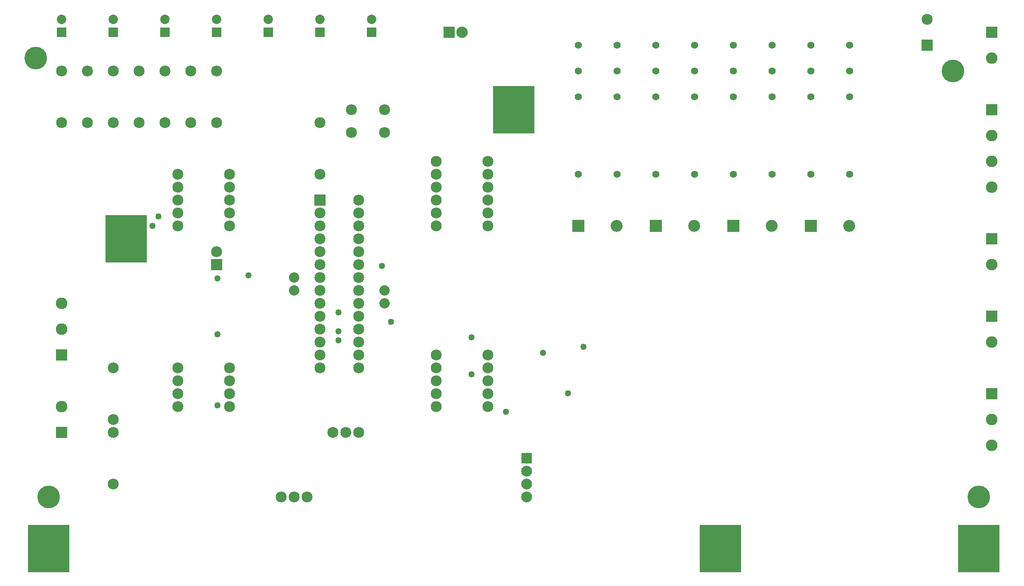
<source format=gts>
G04 MADE WITH FRITZING*
G04 WWW.FRITZING.ORG*
G04 DOUBLE SIDED*
G04 HOLES PLATED*
G04 CONTOUR ON CENTER OF CONTOUR VECTOR*
%ASAXBY*%
%FSLAX23Y23*%
%MOIN*%
%OFA0B0*%
%SFA1.0B1.0*%
%ADD10C,0.085000*%
%ADD11C,0.080000*%
%ADD12C,0.088000*%
%ADD13C,0.072992*%
%ADD14C,0.055000*%
%ADD15C,0.090000*%
%ADD16C,0.175354*%
%ADD17C,0.083999*%
%ADD18C,0.092000*%
%ADD19C,0.049370*%
%ADD20R,0.085000X0.085000*%
%ADD21R,0.321111X0.365556*%
%ADD22R,0.088000X0.088000*%
%ADD23R,0.072992X0.072992*%
%ADD24R,0.090000X0.090000*%
%ADD25R,0.089986X0.090000*%
%ADD26R,0.084001X0.084001*%
%ADD27R,0.092000X0.092000*%
%LNMASK1*%
G90*
G70*
G54D10*
X2889Y3473D03*
X2633Y3473D03*
X2889Y3650D03*
X2633Y3650D03*
G54D11*
X2889Y2250D03*
X2889Y2150D03*
X2189Y2250D03*
X2189Y2350D03*
G54D10*
X1589Y2450D03*
X1589Y2550D03*
X7089Y4150D03*
X7089Y4350D03*
X2389Y3150D03*
X2389Y3550D03*
G54D12*
X3389Y4250D03*
X3489Y4250D03*
G54D13*
X1189Y4250D03*
X1189Y4348D03*
X1989Y4250D03*
X1989Y4348D03*
X1589Y4250D03*
X1589Y4348D03*
X2789Y4250D03*
X2789Y4348D03*
X789Y4250D03*
X789Y4348D03*
X389Y4250D03*
X389Y4348D03*
X2389Y4250D03*
X2389Y4348D03*
G54D10*
X1589Y3950D03*
X1589Y3550D03*
X1389Y3950D03*
X1389Y3550D03*
X1189Y3950D03*
X1189Y3550D03*
X989Y3950D03*
X989Y3550D03*
X789Y3950D03*
X789Y3550D03*
X589Y3950D03*
X589Y3550D03*
X389Y3950D03*
X389Y3550D03*
X2389Y2950D03*
X2689Y2950D03*
X2389Y2850D03*
X2689Y2850D03*
X2389Y2750D03*
X2689Y2750D03*
X2389Y2650D03*
X2689Y2650D03*
X2389Y2550D03*
X2689Y2550D03*
X2389Y2450D03*
X2689Y2450D03*
X2389Y2350D03*
X2689Y2350D03*
X2389Y2250D03*
X2689Y2250D03*
X2389Y2150D03*
X2689Y2150D03*
X2389Y2050D03*
X2689Y2050D03*
X2389Y1950D03*
X2689Y1950D03*
X2389Y1850D03*
X2689Y1850D03*
X2389Y1750D03*
X2689Y1750D03*
X2389Y1650D03*
X2689Y1650D03*
G54D14*
X4689Y3750D03*
X4389Y4150D03*
X4389Y3950D03*
X4389Y3750D03*
X4389Y3150D03*
X4689Y3150D03*
X4689Y3950D03*
X4689Y4150D03*
X5289Y3750D03*
X4989Y4150D03*
X4989Y3950D03*
X4989Y3750D03*
X4989Y3150D03*
X5289Y3150D03*
X5289Y3950D03*
X5289Y4150D03*
X5889Y3750D03*
X5589Y4150D03*
X5589Y3950D03*
X5589Y3750D03*
X5589Y3150D03*
X5889Y3150D03*
X5889Y3950D03*
X5889Y4150D03*
X6489Y3750D03*
X6189Y4150D03*
X6189Y3950D03*
X6189Y3750D03*
X6189Y3150D03*
X6489Y3150D03*
X6489Y3950D03*
X6489Y4150D03*
G54D10*
X1289Y2850D03*
X1689Y2850D03*
X1289Y2950D03*
X1689Y2950D03*
X3289Y3250D03*
X3689Y3250D03*
X3289Y2750D03*
X3689Y2750D03*
X3289Y1750D03*
X3689Y1750D03*
X1289Y1350D03*
X1689Y1350D03*
X1289Y1550D03*
X1689Y1550D03*
X1289Y1650D03*
X1689Y1650D03*
X1289Y1450D03*
X1689Y1450D03*
X1289Y3050D03*
X1689Y3050D03*
X1289Y2750D03*
X1689Y2750D03*
X1289Y3150D03*
X1689Y3150D03*
X3289Y2850D03*
X3689Y2850D03*
X3289Y3050D03*
X3689Y3050D03*
X3289Y3150D03*
X3689Y3150D03*
X3289Y2950D03*
X3689Y2950D03*
X3289Y1350D03*
X3689Y1350D03*
X3289Y1450D03*
X3689Y1450D03*
X3289Y1550D03*
X3689Y1550D03*
X3289Y1650D03*
X3689Y1650D03*
G54D15*
X7589Y1250D03*
X7589Y1050D03*
X7589Y1450D03*
X7589Y4250D03*
X7589Y4050D03*
X7589Y2050D03*
X7589Y1850D03*
X7589Y2650D03*
X7589Y2450D03*
X7589Y3450D03*
X7589Y3250D03*
X7589Y3050D03*
X7589Y3650D03*
G54D16*
X289Y650D03*
X7489Y650D03*
G54D17*
X3989Y950D03*
X3989Y850D03*
X3989Y750D03*
X3989Y650D03*
G54D16*
X189Y4050D03*
X7289Y3950D03*
G54D18*
X6189Y2750D03*
X6487Y2750D03*
X5589Y2750D03*
X5887Y2750D03*
X4989Y2750D03*
X5287Y2750D03*
X4389Y2750D03*
X4687Y2750D03*
G54D10*
X789Y1150D03*
X789Y750D03*
X789Y1650D03*
X789Y1250D03*
G54D15*
X389Y1150D03*
X389Y1350D03*
X389Y1950D03*
X389Y2150D03*
X389Y1750D03*
G54D10*
X2489Y1150D03*
X2589Y1150D03*
X2689Y1150D03*
X2089Y650D03*
X2189Y650D03*
X2289Y650D03*
G54D19*
X1596Y1910D03*
X1596Y1358D03*
X3564Y1598D03*
X4116Y1766D03*
X3828Y1310D03*
X1596Y2342D03*
X2868Y2438D03*
X2940Y2006D03*
X4308Y1454D03*
X1140Y2822D03*
X2532Y1862D03*
X2532Y2078D03*
X2532Y1934D03*
X1836Y2366D03*
X4428Y1814D03*
X3564Y1886D03*
X1092Y2750D03*
G54D20*
X1589Y2450D03*
X7089Y4150D03*
G54D21*
X889Y2650D03*
G54D22*
X3389Y4250D03*
G54D21*
X3889Y3650D03*
X5489Y250D03*
X7489Y250D03*
X289Y250D03*
G54D23*
X1189Y4250D03*
X1989Y4250D03*
X1589Y4250D03*
X2789Y4250D03*
X789Y4250D03*
X389Y4250D03*
X2389Y4250D03*
G54D20*
X2389Y2950D03*
G54D24*
X7589Y1450D03*
G54D25*
X7589Y4250D03*
X7589Y2050D03*
X7589Y2650D03*
G54D24*
X7589Y3650D03*
G54D26*
X3989Y950D03*
G54D27*
X6188Y2750D03*
X5588Y2750D03*
X4988Y2750D03*
X4388Y2750D03*
G54D25*
X389Y1150D03*
G54D24*
X389Y1750D03*
G04 End of Mask1*
M02*
</source>
